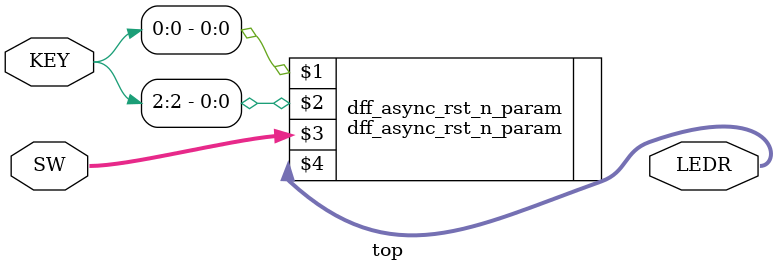
<source format=v>
module top (SW, KEY, LEDR);

    input wire [9:0] SW;        // DE-series switches
    input wire [3:0] KEY;       // DE-series pushbuttons

    output wire [9:0] LEDR;     // DE-series LEDs   

    dff_async_rst_n_param dff_async_rst_n_param (KEY[0], KEY[2], SW, LEDR);
 
endmodule


</source>
